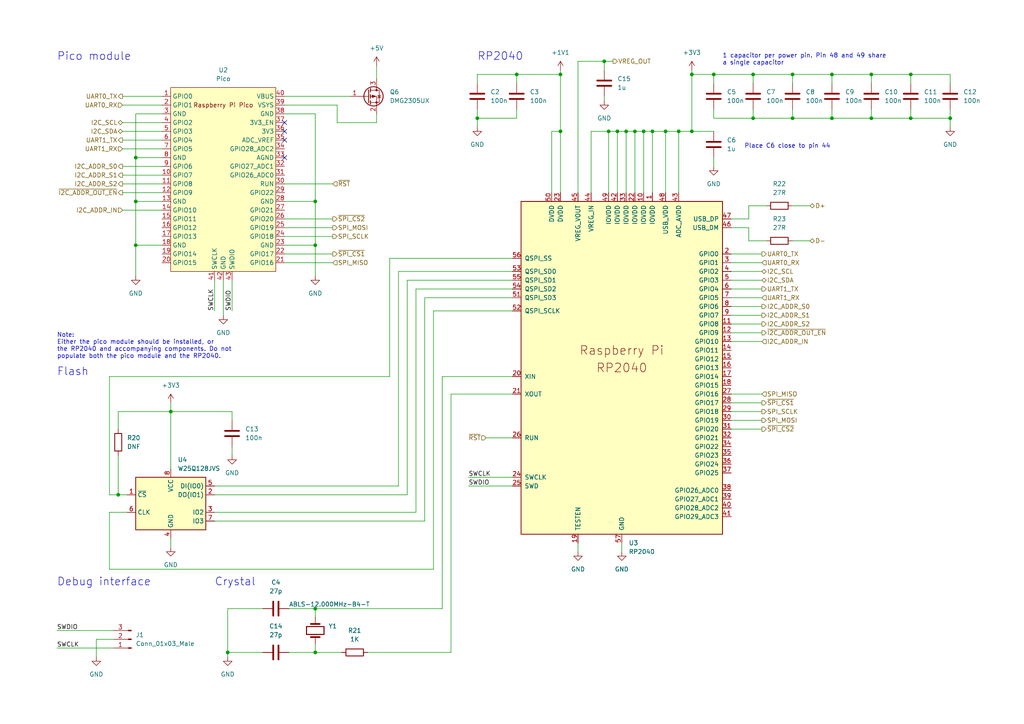
<source format=kicad_sch>
(kicad_sch (version 20211123) (generator eeschema)
  (paper "A4")
  (title_block (title "RP2040/Pico Main Control Board") (date "2022-11-19") (rev "0.1") (company "Sidings Media") (comment 1 "Licence: CERN-OHL-P-2.0 or any later version"))
  (lib_symbols
    (symbol "Connector:Conn_01x03_Male" (pin_names (offset 1.016) hide)
      (property "Reference" "J" (at 0 5.08 0))
      (property "Value" "Conn_01x03_Male" (at 0 -5.08 0))
      (symbol "Conn_01x03_Male_1_1"
        (polyline (pts (xy 1.27 -2.54) (xy 0.8636 -2.54)) (stroke (width 0.1524)))
        (polyline (pts (xy 1.27 0) (xy 0.8636 0)) (stroke (width 0.1524)))
        (polyline (pts (xy 1.27 2.54) (xy 0.8636 2.54)) (stroke (width 0.1524)))
        (rectangle (start 0.8636 -2.413) (end 0 -2.667) (stroke (width 0.1524)) (fill (type outline)))
        (rectangle (start 0.8636 0.127) (end 0 -0.127) (stroke (width 0.1524)) (fill (type outline)))
        (rectangle (start 0.8636 2.667) (end 0 2.413) (stroke (width 0.1524)) (fill (type outline)))
        (pin passive line (at 5.08 2.54 180) (length 3.81) (name "Pin_1") (number "1"))
        (pin passive line (at 5.08 0 180) (length 3.81) (name "Pin_2") (number "2"))
        (pin passive line (at 5.08 -2.54 180) (length 3.81) (name "Pin_3") (number "3"))
      )
    )
    (symbol "Device:C" (pin_numbers hide) (pin_names (offset 0.254))
      (property "Reference" "C" (at 0.635 2.54 0))
      (property "Value" "C" (at 0.635 -2.54 0))
      (symbol "C_0_1"
        (polyline (pts (xy -2.032 -0.762) (xy 2.032 -0.762)) (stroke (width 0.508)))
        (polyline (pts (xy -2.032 0.762) (xy 2.032 0.762)) (stroke (width 0.508)))
      )
      (symbol "C_1_1"
        (pin passive line (at 0 3.81 270) (length 2.794) (name "~") (number "1"))
        (pin passive line (at 0 -3.81 90) (length 2.794) (name "~") (number "2"))
      )
    )
    (symbol "Device:Crystal" (pin_numbers hide) (pin_names (offset 1.016) hide)
      (property "Reference" "Y" (at 0 3.81 0))
      (property "Value" "Crystal" (at 0 -3.81 0))
      (symbol "Crystal_0_1"
        (rectangle (start -1.143 2.54) (end 1.143 -2.54) (stroke (width 0.3048)))
        (polyline (pts (xy -2.54 0) (xy -1.905 0)))
        (polyline (pts (xy -1.905 -1.27) (xy -1.905 1.27)) (stroke (width 0.508)))
        (polyline (pts (xy 1.905 -1.27) (xy 1.905 1.27)) (stroke (width 0.508)))
        (polyline (pts (xy 2.54 0) (xy 1.905 0)))
      )
      (symbol "Crystal_1_1"
        (pin passive line (at -3.81 0 0) (length 1.27) (name "1") (number "1"))
        (pin passive line (at 3.81 0 180) (length 1.27) (name "2") (number "2"))
      )
    )
    (symbol "Device:R" (pin_numbers hide) (pin_names (offset 0))
      (property "Reference" "R" (at 2.032 0 90))
      (property "Value" "R" (at 0 0 90))
      (symbol "R_0_1"
        (rectangle (start -1.016 -2.54) (end 1.016 2.54) (stroke (width 0.254)))
      )
      (symbol "R_1_1"
        (pin passive line (at 0 3.81 270) (length 1.27) (name "~") (number "1"))
        (pin passive line (at 0 -3.81 90) (length 1.27) (name "~") (number "2"))
      )
    )
    (symbol "MCU_RaspberryPi_and_Boards:Pico"
      (property "Reference" "U" (at -13.97 27.94 0))
      (property "Value" "Pico" (at 0 19.05 0))
      (symbol "Pico_0_0"
        (text "Raspberry Pi Pico" (at 0 21.59 0) (effects (font (size 1.27 1.27))))
      )
      (symbol "Pico_0_1"
        (rectangle (start -15.24 26.67) (end 15.24 -26.67) (fill (type background)))
      )
      (symbol "Pico_1_1"
        (pin bidirectional line (at -17.78 24.13 0) (length 2.54) (name "GPIO0") (number "1"))
        (pin bidirectional line (at -17.78 1.27 0) (length 2.54) (name "GPIO7") (number "10"))
        (pin bidirectional line (at -17.78 -1.27 0) (length 2.54) (name "GPIO8") (number "11"))
        (pin bidirectional line (at -17.78 -3.81 0) (length 2.54) (name "GPIO9") (number "12"))
        (pin power_in line (at -17.78 -6.35 0) (length 2.54) (name "GND") (number "13"))
        (pin bidirectional line (at -17.78 -8.89 0) (length 2.54) (name "GPIO10") (number "14"))
        (pin bidirectional line (at -17.78 -11.43 0) (length 2.54) (name "GPIO11") (number "15"))
        (pin bidirectional line (at -17.78 -13.97 0) (length 2.54) (name "GPIO12") (number "16"))
        (pin bidirectional line (at -17.78 -16.51 0) (length 2.54) (name "GPIO13") (number "17"))
        (pin power_in line (at -17.78 -19.05 0) (length 2.54) (name "GND") (number "18"))
        (pin bidirectional line (at -17.78 -21.59 0) (length 2.54) (name "GPIO14") (number "19"))
        (pin bidirectional line (at -17.78 21.59 0) (length 2.54) (name "GPIO1") (number "2"))
        (pin bidirectional line (at -17.78 -24.13 0) (length 2.54) (name "GPIO15") (number "20"))
        (pin bidirectional line (at 17.78 -24.13 180) (length 2.54) (name "GPIO16") (number "21"))
        (pin bidirectional line (at 17.78 -21.59 180) (length 2.54) (name "GPIO17") (number "22"))
        (pin power_in line (at 17.78 -19.05 180) (length 2.54) (name "GND") (number "23"))
        (pin bidirectional line (at 17.78 -16.51 180) (length 2.54) (name "GPIO18") (number "24"))
        (pin bidirectional line (at 17.78 -13.97 180) (length 2.54) (name "GPIO19") (number "25"))
        (pin bidirectional line (at 17.78 -11.43 180) (length 2.54) (name "GPIO20") (number "26"))
        (pin bidirectional line (at 17.78 -8.89 180) (length 2.54) (name "GPIO21") (number "27"))
        (pin power_in line (at 17.78 -6.35 180) (length 2.54) (name "GND") (number "28"))
        (pin bidirectional line (at 17.78 -3.81 180) (length 2.54) (name "GPIO22") (number "29"))
        (pin power_in line (at -17.78 19.05 0) (length 2.54) (name "GND") (number "3"))
        (pin input line (at 17.78 -1.27 180) (length 2.54) (name "RUN") (number "30"))
        (pin bidirectional line (at 17.78 1.27 180) (length 2.54) (name "GPIO26_ADC0") (number "31"))
        (pin bidirectional line (at 17.78 3.81 180) (length 2.54) (name "GPIO27_ADC1") (number "32"))
        (pin power_in line (at 17.78 6.35 180) (length 2.54) (name "AGND") (number "33"))
        (pin bidirectional line (at 17.78 8.89 180) (length 2.54) (name "GPIO28_ADC2") (number "34"))
        (pin power_in line (at 17.78 11.43 180) (length 2.54) (name "ADC_VREF") (number "35"))
        (pin power_in line (at 17.78 13.97 180) (length 2.54) (name "3V3") (number "36"))
        (pin input line (at 17.78 16.51 180) (length 2.54) (name "3V3_EN") (number "37"))
        (pin bidirectional line (at 17.78 19.05 180) (length 2.54) (name "GND") (number "38"))
        (pin power_in line (at 17.78 21.59 180) (length 2.54) (name "VSYS") (number "39"))
        (pin bidirectional line (at -17.78 16.51 0) (length 2.54) (name "GPIO2") (number "4"))
        (pin power_in line (at 17.78 24.13 180) (length 2.54) (name "VBUS") (number "40"))
        (pin input line (at -2.54 -29.21 90) (length 2.54) (name "SWCLK") (number "41"))
        (pin power_in line (at 0 -29.21 90) (length 2.54) (name "GND") (number "42"))
        (pin bidirectional line (at 2.54 -29.21 90) (length 2.54) (name "SWDIO") (number "43"))
        (pin bidirectional line (at -17.78 13.97 0) (length 2.54) (name "GPIO3") (number "5"))
        (pin bidirectional line (at -17.78 11.43 0) (length 2.54) (name "GPIO4") (number "6"))
        (pin bidirectional line (at -17.78 8.89 0) (length 2.54) (name "GPIO5") (number "7"))
        (pin power_in line (at -17.78 6.35 0) (length 2.54) (name "GND") (number "8"))
        (pin bidirectional line (at -17.78 3.81 0) (length 2.54) (name "GPIO6") (number "9"))
      )
    )
    (symbol "MCU_RaspberryPi_and_Boards:RP2040" (pin_names (offset 1.016))
      (property "Reference" "U" (at -29.21 49.53 0))
      (property "Value" "RP2040" (at 24.13 -49.53 0))
      (symbol "RP2040_0_0"
        (text "Raspberry Pi" (at 0 5.08 0) (effects (font (size 2.54 2.54))))
        (text "RP2040" (at 0 0 0) (effects (font (size 2.54 2.54))))
      )
      (symbol "RP2040_0_1"
        (rectangle (start 29.21 48.26) (end -29.21 -48.26) (stroke (width 0.254)) (fill (type background)))
      )
      (symbol "RP2040_1_1"
        (pin power_in line (at 8.89 50.8 270) (length 2.54) (name "IOVDD") (number "1"))
        (pin power_in line (at 6.35 50.8 270) (length 2.54) (name "IOVDD") (number "10"))
        (pin bidirectional line (at 31.75 12.7 180) (length 2.54) (name "GPIO8") (number "11"))
        (pin bidirectional line (at 31.75 10.16 180) (length 2.54) (name "GPIO9") (number "12"))
        (pin bidirectional line (at 31.75 7.62 180) (length 2.54) (name "GPIO10") (number "13"))
        (pin bidirectional line (at 31.75 5.08 180) (length 2.54) (name "GPIO11") (number "14"))
        (pin bidirectional line (at 31.75 2.54 180) (length 2.54) (name "GPIO12") (number "15"))
        (pin bidirectional line (at 31.75 0 180) (length 2.54) (name "GPIO13") (number "16"))
        (pin bidirectional line (at 31.75 -2.54 180) (length 2.54) (name "GPIO14") (number "17"))
        (pin bidirectional line (at 31.75 -5.08 180) (length 2.54) (name "GPIO15") (number "18"))
        (pin passive line (at -12.7 -50.8 90) (length 2.54) (name "TESTEN") (number "19"))
        (pin bidirectional line (at 31.75 33.02 180) (length 2.54) (name "GPIO0") (number "2"))
        (pin input line (at -31.75 -2.54 0) (length 2.54) (name "XIN") (number "20"))
        (pin passive line (at -31.75 -7.62 0) (length 2.54) (name "XOUT") (number "21"))
        (pin power_in line (at 3.81 50.8 270) (length 2.54) (name "IOVDD") (number "22"))
        (pin power_in line (at -17.78 50.8 270) (length 2.54) (name "DVDD") (number "23"))
        (pin output line (at -31.75 -31.75 0) (length 2.54) (name "SWCLK") (number "24"))
        (pin bidirectional line (at -31.75 -34.29 0) (length 2.54) (name "SWD") (number "25"))
        (pin input line (at -31.75 -20.32 0) (length 2.54) (name "RUN") (number "26"))
        (pin bidirectional line (at 31.75 -7.62 180) (length 2.54) (name "GPIO16") (number "27"))
        (pin bidirectional line (at 31.75 -10.16 180) (length 2.54) (name "GPIO17") (number "28"))
        (pin bidirectional line (at 31.75 -12.7 180) (length 2.54) (name "GPIO18") (number "29"))
        (pin bidirectional line (at 31.75 30.48 180) (length 2.54) (name "GPIO1") (number "3"))
        (pin bidirectional line (at 31.75 -15.24 180) (length 2.54) (name "GPIO19") (number "30"))
        (pin bidirectional line (at 31.75 -17.78 180) (length 2.54) (name "GPIO20") (number "31"))
        (pin bidirectional line (at 31.75 -20.32 180) (length 2.54) (name "GPIO21") (number "32"))
        (pin power_in line (at 1.27 50.8 270) (length 2.54) (name "IOVDD") (number "33"))
        (pin bidirectional line (at 31.75 -22.86 180) (length 2.54) (name "GPIO22") (number "34"))
        (pin bidirectional line (at 31.75 -25.4 180) (length 2.54) (name "GPIO23") (number "35"))
        (pin bidirectional line (at 31.75 -27.94 180) (length 2.54) (name "GPIO24") (number "36"))
        (pin bidirectional line (at 31.75 -30.48 180) (length 2.54) (name "GPIO25") (number "37"))
        (pin bidirectional line (at 31.75 -35.56 180) (length 2.54) (name "GPIO26_ADC0") (number "38"))
        (pin bidirectional line (at 31.75 -38.1 180) (length 2.54) (name "GPIO27_ADC1") (number "39"))
        (pin bidirectional line (at 31.75 27.94 180) (length 2.54) (name "GPIO2") (number "4"))
        (pin bidirectional line (at 31.75 -40.64 180) (length 2.54) (name "GPIO28_ADC2") (number "40"))
        (pin bidirectional line (at 31.75 -43.18 180) (length 2.54) (name "GPIO29_ADC3") (number "41"))
        (pin power_in line (at -1.27 50.8 270) (length 2.54) (name "IOVDD") (number "42"))
        (pin power_in line (at 16.51 50.8 270) (length 2.54) (name "ADC_AVDD") (number "43"))
        (pin power_in line (at -8.89 50.8 270) (length 2.54) (name "VREG_IN") (number "44"))
        (pin power_out line (at -12.7 50.8 270) (length 2.54) (name "VREG_VOUT") (number "45"))
        (pin bidirectional line (at 31.75 40.64 180) (length 2.54) (name "USB_DM") (number "46"))
        (pin bidirectional line (at 31.75 43.18 180) (length 2.54) (name "USB_DP") (number "47"))
        (pin power_in line (at 12.7 50.8 270) (length 2.54) (name "USB_VDD") (number "48"))
        (pin power_in line (at -3.81 50.8 270) (length 2.54) (name "IOVDD") (number "49"))
        (pin bidirectional line (at 31.75 25.4 180) (length 2.54) (name "GPIO3") (number "5"))
        (pin power_in line (at -20.32 50.8 270) (length 2.54) (name "DVDD") (number "50"))
        (pin bidirectional line (at -31.75 20.32 0) (length 2.54) (name "QSPI_SD3") (number "51"))
        (pin output line (at -31.75 16.51 0) (length 2.54) (name "QSPI_SCLK") (number "52"))
        (pin bidirectional line (at -31.75 27.94 0) (length 2.54) (name "QSPI_SD0") (number "53"))
        (pin bidirectional line (at -31.75 22.86 0) (length 2.54) (name "QSPI_SD2") (number "54"))
        (pin bidirectional line (at -31.75 25.4 0) (length 2.54) (name "QSPI_SD1") (number "55"))
        (pin bidirectional line (at -31.75 31.75 0) (length 2.54) (name "QSPI_SS") (number "56"))
        (pin power_in line (at 0 -50.8 90) (length 2.54) (name "GND") (number "57"))
        (pin bidirectional line (at 31.75 22.86 180) (length 2.54) (name "GPIO4") (number "6"))
        (pin bidirectional line (at 31.75 20.32 180) (length 2.54) (name "GPIO5") (number "7"))
        (pin bidirectional line (at 31.75 17.78 180) (length 2.54) (name "GPIO6") (number "8"))
        (pin bidirectional line (at 31.75 15.24 180) (length 2.54) (name "GPIO7") (number "9"))
      )
    )
    (symbol "Memory_Flash:W25Q128JVS"
      (property "Reference" "U" (at -8.89 8.89 0))
      (property "Value" "W25Q128JVS" (at 7.62 8.89 0))
      (symbol "W25Q128JVS_0_1"
        (rectangle (start -10.16 7.62) (end 10.16 -7.62) (stroke (width 0.254)) (fill (type background)))
      )
      (symbol "W25Q128JVS_1_1"
        (pin input line (at -12.7 2.54 0) (length 2.54) (name "~{CS}") (number "1"))
        (pin bidirectional line (at 12.7 2.54 180) (length 2.54) (name "DO(IO1)") (number "2"))
        (pin bidirectional line (at 12.7 -2.54 180) (length 2.54) (name "IO2") (number "3"))
        (pin power_in line (at 0 -10.16 90) (length 2.54) (name "GND") (number "4"))
        (pin bidirectional line (at 12.7 5.08 180) (length 2.54) (name "DI(IO0)") (number "5"))
        (pin input line (at -12.7 -2.54 0) (length 2.54) (name "CLK") (number "6"))
        (pin bidirectional line (at 12.7 -5.08 180) (length 2.54) (name "IO3") (number "7"))
        (pin power_in line (at 0 10.16 270) (length 2.54) (name "VCC") (number "8"))
      )
    )
    (symbol "Transistor_FET:DMG2301L" (pin_names hide)
      (property "Reference" "Q" (at 5.08 1.905 0))
      (property "Value" "DMG2301L" (at 5.08 0 0))
      (symbol "DMG2301L_0_1"
        (polyline (pts (xy 0.254 0) (xy -2.54 0)))
        (polyline (pts (xy 0.254 1.905) (xy 0.254 -1.905)) (stroke (width 0.254)))
        (polyline (pts (xy 0.762 -1.27) (xy 0.762 -2.286)) (stroke (width 0.254)))
        (polyline (pts (xy 0.762 0.508) (xy 0.762 -0.508)) (stroke (width 0.254)))
        (polyline (pts (xy 0.762 2.286) (xy 0.762 1.27)) (stroke (width 0.254)))
        (polyline (pts (xy 2.54 2.54) (xy 2.54 1.778)))
        (polyline (pts (xy 2.54 -2.54) (xy 2.54 0) (xy 0.762 0)))
        (polyline (pts (xy 0.762 1.778) (xy 3.302 1.778) (xy 3.302 -1.778) (xy 0.762 -1.778)))
        (polyline (pts (xy 2.286 0) (xy 1.27 0.381) (xy 1.27 -0.381) (xy 2.286 0)) (fill (type outline)))
        (polyline (pts (xy 2.794 -0.508) (xy 2.921 -0.381) (xy 3.683 -0.381) (xy 3.81 -0.254)))
        (polyline (pts (xy 3.302 -0.381) (xy 2.921 0.254) (xy 3.683 0.254) (xy 3.302 -0.381)))
        (circle (center 1.651 0) (radius 2.794) (stroke (width 0.254)))
        (circle (center 2.54 -1.778) (radius 0.254) (fill (type outline)))
        (circle (center 2.54 1.778) (radius 0.254) (fill (type outline)))
      )
      (symbol "DMG2301L_1_1"
        (pin input line (at -5.08 0 0) (length 2.54) (name "G") (number "1"))
        (pin passive line (at 2.54 -5.08 90) (length 2.54) (name "S") (number "2"))
        (pin passive line (at 2.54 5.08 270) (length 2.54) (name "D") (number "3"))
      )
    )
    (symbol "power:+1V1" (power) (pin_names (offset 0))
      (property "Value" "+1V1" (at 0 3.556 0))
      (symbol "+1V1_0_1"
        (polyline (pts (xy -0.762 1.27) (xy 0 2.54)))
        (polyline (pts (xy 0 0) (xy 0 2.54)))
        (polyline (pts (xy 0 2.54) (xy 0.762 1.27)))
      )
      (symbol "+1V1_1_1"
        (pin power_in line (at 0 0 90) (length 0) hide (name "+1V1") (number "1"))
      )
    )
    (symbol "power:+3V3" (power) (pin_names (offset 0))
      (property "Value" "+3V3" (at 0 3.556 0))
      (symbol "+3V3_0_1"
        (polyline (pts (xy -0.762 1.27) (xy 0 2.54)))
        (polyline (pts (xy 0 0) (xy 0 2.54)))
        (polyline (pts (xy 0 2.54) (xy 0.762 1.27)))
      )
      (symbol "+3V3_1_1"
        (pin power_in line (at 0 0 90) (length 0) hide (name "+3V3") (number "1"))
      )
    )
    (symbol "power:+5V" (power) (pin_names (offset 0))
      (property "Value" "+5V" (at 0 3.556 0))
      (symbol "+5V_0_1"
        (polyline (pts (xy -0.762 1.27) (xy 0 2.54)))
        (polyline (pts (xy 0 0) (xy 0 2.54)))
        (polyline (pts (xy 0 2.54) (xy 0.762 1.27)))
      )
      (symbol "+5V_1_1"
        (pin power_in line (at 0 0 90) (length 0) hide (name "+5V") (number "1"))
      )
    )
    (symbol "power:GND" (power) (pin_names (offset 0))
      (property "Value" "GND" (at 0 -3.81 0))
      (symbol "GND_0_1"
        (polyline (pts (xy 0 0) (xy 0 -1.27) (xy 1.27 -1.27) (xy 0 -2.54) (xy -1.27 -1.27) (xy 0 -1.27)))
      )
      (symbol "GND_1_1"
        (pin power_in line (at 0 0 270) (length 0) hide (name "GND") (number "1"))
      )
    )
  )
  (junction (at 200.66 38.1))
  (junction (at 189.23 38.1))
  (junction (at 218.44 34.29))
  (junction (at 186.69 38.1))
  (junction (at 252.73 34.29))
  (junction (at 162.56 21.59))
  (junction (at 241.3 21.59))
  (junction (at 34.29 143.51))
  (junction (at 162.56 38.1))
  (junction (at 241.3 34.29))
  (junction (at 138.43 34.29))
  (junction (at 275.59 34.29))
  (junction (at 181.61 38.1))
  (junction (at 200.66 21.59))
  (junction (at 196.85 38.1))
  (junction (at 49.53 119.38))
  (junction (at 39.37 45.72))
  (junction (at 264.16 34.29))
  (junction (at 91.44 189.23))
  (junction (at 149.86 21.59))
  (junction (at 91.44 71.12))
  (junction (at 39.37 71.12))
  (junction (at 207.01 21.59))
  (junction (at 229.87 21.59))
  (junction (at 91.44 176.53))
  (junction (at 175.26 17.78))
  (junction (at 184.15 38.1))
  (junction (at 218.44 21.59))
  (junction (at 264.16 21.59))
  (junction (at 66.04 189.23))
  (junction (at 179.07 38.1))
  (junction (at 193.04 38.1))
  (junction (at 176.53 38.1))
  (junction (at 91.44 58.42))
  (junction (at 252.73 21.59))
  (junction (at 39.37 58.42))
  (junction (at 229.87 34.29))
  (no_connect (at 82.55 35.56))
  (no_connect (at 82.55 45.72))
  (no_connect (at 82.55 38.1))
  (no_connect (at 82.55 40.64))
  (wire (pts (xy 212.09 96.52) (xy 220.98 96.52)))
  (wire (pts (xy 200.66 21.59) (xy 200.66 38.1)))
  (wire (pts (xy 125.73 165.1) (xy 125.73 90.17)))
  (wire (pts (xy 212.09 93.98) (xy 220.98 93.98)))
  (wire (pts (xy 212.09 124.46) (xy 220.98 124.46)))
  (wire (pts (xy 82.55 68.58) (xy 96.52 68.58)))
  (wire (pts (xy 167.64 17.78) (xy 167.64 55.88)))
  (wire (pts (xy 171.45 55.88) (xy 171.45 38.1)))
  (wire (pts (xy 179.07 38.1) (xy 179.07 55.88)))
  (wire (pts (xy 91.44 58.42) (xy 91.44 71.12)))
  (wire (pts (xy 212.09 119.38) (xy 220.98 119.38)))
  (wire (pts (xy 241.3 21.59) (xy 252.73 21.59)))
  (wire (pts (xy 35.56 40.64) (xy 46.99 40.64)))
  (wire (pts (xy 82.55 63.5) (xy 96.52 63.5)))
  (wire (pts (xy 217.17 63.5) (xy 212.09 63.5)))
  (wire (pts (xy 49.53 119.38) (xy 67.31 119.38)))
  (wire (pts (xy 162.56 20.32) (xy 162.56 21.59)))
  (wire (pts (xy 67.31 129.54) (xy 67.31 132.08)))
  (wire (pts (xy 212.09 81.28) (xy 220.98 81.28)))
  (wire (pts (xy 35.56 43.18) (xy 46.99 43.18)))
  (wire (pts (xy 138.43 24.13) (xy 138.43 21.59)))
  (wire (pts (xy 83.82 189.23) (xy 91.44 189.23)))
  (wire (pts (xy 130.81 114.3) (xy 148.59 114.3)))
  (wire (pts (xy 217.17 59.69) (xy 217.17 63.5)))
  (wire (pts (xy 252.73 24.13) (xy 252.73 21.59)))
  (wire (pts (xy 229.87 24.13) (xy 229.87 21.59)))
  (wire (pts (xy 115.57 78.74) (xy 148.59 78.74)))
  (wire (pts (xy 31.75 109.22) (xy 113.03 109.22)))
  (wire (pts (xy 140.97 127) (xy 148.59 127)))
  (wire (pts (xy 222.25 69.85) (xy 217.17 69.85)))
  (wire (pts (xy 35.56 30.48) (xy 46.99 30.48)))
  (wire (pts (xy 212.09 73.66) (xy 220.98 73.66)))
  (wire (pts (xy 229.87 21.59) (xy 241.3 21.59)))
  (wire (pts (xy 138.43 21.59) (xy 149.86 21.59)))
  (wire (pts (xy 64.77 81.28) (xy 64.77 91.44)))
  (wire (pts (xy 175.26 17.78) (xy 175.26 20.32)))
  (wire (pts (xy 275.59 24.13) (xy 275.59 21.59)))
  (wire (pts (xy 181.61 38.1) (xy 181.61 55.88)))
  (wire (pts (xy 229.87 69.85) (xy 234.95 69.85)))
  (wire (pts (xy 128.27 176.53) (xy 128.27 109.22)))
  (wire (pts (xy 120.65 83.82) (xy 148.59 83.82)))
  (wire (pts (xy 175.26 17.78) (xy 177.8 17.78)))
  (wire (pts (xy 252.73 21.59) (xy 264.16 21.59)))
  (wire (pts (xy 229.87 59.69) (xy 234.95 59.69)))
  (wire (pts (xy 275.59 21.59) (xy 264.16 21.59)))
  (wire (pts (xy 118.11 81.28) (xy 148.59 81.28)))
  (wire (pts (xy 184.15 38.1) (xy 184.15 55.88)))
  (wire (pts (xy 91.44 189.23) (xy 91.44 186.69)))
  (wire (pts (xy 200.66 21.59) (xy 207.01 21.59)))
  (wire (pts (xy 212.09 116.84) (xy 220.98 116.84)))
  (wire (pts (xy 34.29 124.46) (xy 34.29 119.38)))
  (wire (pts (xy 180.34 157.48) (xy 180.34 160.02)))
  (wire (pts (xy 189.23 38.1) (xy 193.04 38.1)))
  (wire (pts (xy 97.79 30.48) (xy 82.55 30.48)))
  (wire (pts (xy 62.23 151.13) (xy 123.19 151.13)))
  (wire (pts (xy 91.44 179.07) (xy 91.44 176.53)))
  (wire (pts (xy 49.53 135.89) (xy 49.53 119.38)))
  (wire (pts (xy 212.09 76.2) (xy 220.98 76.2)))
  (wire (pts (xy 167.64 17.78) (xy 175.26 17.78)))
  (wire (pts (xy 35.56 38.1) (xy 46.99 38.1)))
  (wire (pts (xy 193.04 55.88) (xy 193.04 38.1)))
  (wire (pts (xy 91.44 176.53) (xy 128.27 176.53)))
  (wire (pts (xy 115.57 140.97) (xy 115.57 78.74)))
  (wire (pts (xy 138.43 34.29) (xy 138.43 36.83)))
  (wire (pts (xy 66.04 190.5) (xy 66.04 189.23)))
  (wire (pts (xy 67.31 119.38) (xy 67.31 121.92)))
  (wire (pts (xy 196.85 38.1) (xy 196.85 55.88)))
  (wire (pts (xy 123.19 151.13) (xy 123.19 86.36)))
  (wire (pts (xy 160.02 38.1) (xy 160.02 55.88)))
  (wire (pts (xy 252.73 34.29) (xy 241.3 34.29)))
  (wire (pts (xy 76.2 176.53) (xy 66.04 176.53)))
  (wire (pts (xy 62.23 140.97) (xy 115.57 140.97)))
  (wire (pts (xy 62.23 148.59) (xy 120.65 148.59)))
  (wire (pts (xy 149.86 34.29) (xy 149.86 31.75)))
  (wire (pts (xy 46.99 58.42) (xy 39.37 58.42)))
  (wire (pts (xy 264.16 34.29) (xy 252.73 34.29)))
  (wire (pts (xy 217.17 69.85) (xy 217.17 66.04)))
  (wire (pts (xy 149.86 21.59) (xy 149.86 24.13)))
  (wire (pts (xy 212.09 83.82) (xy 220.98 83.82)))
  (wire (pts (xy 162.56 38.1) (xy 162.56 21.59)))
  (wire (pts (xy 135.89 140.97) (xy 148.59 140.97)))
  (wire (pts (xy 138.43 31.75) (xy 138.43 34.29)))
  (wire (pts (xy 181.61 38.1) (xy 184.15 38.1)))
  (wire (pts (xy 36.83 148.59) (xy 31.75 148.59)))
  (wire (pts (xy 229.87 31.75) (xy 229.87 34.29)))
  (wire (pts (xy 218.44 24.13) (xy 218.44 21.59)))
  (wire (pts (xy 120.65 148.59) (xy 120.65 83.82)))
  (wire (pts (xy 82.55 53.34) (xy 96.52 53.34)))
  (wire (pts (xy 200.66 20.32) (xy 200.66 21.59)))
  (wire (pts (xy 162.56 55.88) (xy 162.56 38.1)))
  (wire (pts (xy 39.37 71.12) (xy 46.99 71.12)))
  (wire (pts (xy 207.01 21.59) (xy 218.44 21.59)))
  (wire (pts (xy 186.69 38.1) (xy 189.23 38.1)))
  (wire (pts (xy 207.01 34.29) (xy 218.44 34.29)))
  (wire (pts (xy 66.04 189.23) (xy 76.2 189.23)))
  (wire (pts (xy 109.22 35.56) (xy 97.79 35.56)))
  (wire (pts (xy 35.56 27.94) (xy 46.99 27.94)))
  (wire (pts (xy 39.37 58.42) (xy 39.37 71.12)))
  (wire (pts (xy 82.55 27.94) (xy 101.6 27.94)))
  (wire (pts (xy 16.51 187.96) (xy 33.02 187.96)))
  (wire (pts (xy 275.59 34.29) (xy 275.59 36.83)))
  (wire (pts (xy 179.07 38.1) (xy 181.61 38.1)))
  (wire (pts (xy 39.37 45.72) (xy 39.37 58.42)))
  (wire (pts (xy 82.55 76.2) (xy 96.52 76.2)))
  (wire (pts (xy 34.29 132.08) (xy 34.29 143.51)))
  (wire (pts (xy 218.44 34.29) (xy 218.44 31.75)))
  (wire (pts (xy 49.53 156.21) (xy 49.53 158.75)))
  (wire (pts (xy 27.94 190.5) (xy 27.94 185.42)))
  (wire (pts (xy 27.94 185.42) (xy 33.02 185.42)))
  (wire (pts (xy 109.22 19.05) (xy 109.22 22.86)))
  (wire (pts (xy 39.37 45.72) (xy 46.99 45.72)))
  (wire (pts (xy 212.09 91.44) (xy 220.98 91.44)))
  (wire (pts (xy 39.37 33.02) (xy 39.37 45.72)))
  (wire (pts (xy 35.56 55.88) (xy 46.99 55.88)))
  (wire (pts (xy 31.75 143.51) (xy 31.75 109.22)))
  (wire (pts (xy 176.53 55.88) (xy 176.53 38.1)))
  (wire (pts (xy 34.29 119.38) (xy 49.53 119.38)))
  (wire (pts (xy 229.87 34.29) (xy 218.44 34.29)))
  (wire (pts (xy 82.55 58.42) (xy 91.44 58.42)))
  (wire (pts (xy 125.73 90.17) (xy 148.59 90.17)))
  (wire (pts (xy 91.44 33.02) (xy 91.44 58.42)))
  (wire (pts (xy 212.09 88.9) (xy 220.98 88.9)))
  (wire (pts (xy 264.16 21.59) (xy 264.16 24.13)))
  (wire (pts (xy 82.55 33.02) (xy 91.44 33.02)))
  (wire (pts (xy 109.22 33.02) (xy 109.22 35.56)))
  (wire (pts (xy 46.99 33.02) (xy 39.37 33.02)))
  (wire (pts (xy 118.11 143.51) (xy 118.11 81.28)))
  (wire (pts (xy 212.09 86.36) (xy 220.98 86.36)))
  (wire (pts (xy 35.56 48.26) (xy 46.99 48.26)))
  (wire (pts (xy 35.56 53.34) (xy 46.99 53.34)))
  (wire (pts (xy 167.64 157.48) (xy 167.64 160.02)))
  (wire (pts (xy 31.75 143.51) (xy 34.29 143.51)))
  (wire (pts (xy 138.43 34.29) (xy 149.86 34.29)))
  (wire (pts (xy 264.16 31.75) (xy 264.16 34.29)))
  (wire (pts (xy 35.56 60.96) (xy 46.99 60.96)))
  (wire (pts (xy 35.56 35.56) (xy 46.99 35.56)))
  (wire (pts (xy 241.3 24.13) (xy 241.3 21.59)))
  (wire (pts (xy 207.01 45.72) (xy 207.01 48.26)))
  (wire (pts (xy 217.17 66.04) (xy 212.09 66.04)))
  (wire (pts (xy 62.23 143.51) (xy 118.11 143.51)))
  (wire (pts (xy 189.23 38.1) (xy 189.23 55.88)))
  (wire (pts (xy 35.56 50.8) (xy 46.99 50.8)))
  (wire (pts (xy 212.09 114.3) (xy 220.98 114.3)))
  (wire (pts (xy 207.01 24.13) (xy 207.01 21.59)))
  (wire (pts (xy 130.81 189.23) (xy 130.81 114.3)))
  (wire (pts (xy 193.04 38.1) (xy 196.85 38.1)))
  (wire (pts (xy 218.44 21.59) (xy 229.87 21.59)))
  (wire (pts (xy 275.59 34.29) (xy 264.16 34.29)))
  (wire (pts (xy 113.03 74.93) (xy 148.59 74.93)))
  (wire (pts (xy 106.68 189.23) (xy 130.81 189.23)))
  (wire (pts (xy 200.66 38.1) (xy 207.01 38.1)))
  (wire (pts (xy 135.89 138.43) (xy 148.59 138.43)))
  (wire (pts (xy 113.03 109.22) (xy 113.03 74.93)))
  (wire (pts (xy 222.25 59.69) (xy 217.17 59.69)))
  (wire (pts (xy 176.53 38.1) (xy 179.07 38.1)))
  (wire (pts (xy 275.59 31.75) (xy 275.59 34.29)))
  (wire (pts (xy 34.29 143.51) (xy 36.83 143.51)))
  (wire (pts (xy 67.31 81.28) (xy 67.31 90.17)))
  (wire (pts (xy 175.26 27.94) (xy 175.26 29.21)))
  (wire (pts (xy 82.55 71.12) (xy 91.44 71.12)))
  (wire (pts (xy 82.55 66.04) (xy 96.52 66.04)))
  (wire (pts (xy 62.23 81.28) (xy 62.23 90.17)))
  (wire (pts (xy 91.44 176.53) (xy 83.82 176.53)))
  (wire (pts (xy 171.45 38.1) (xy 176.53 38.1)))
  (wire (pts (xy 82.55 73.66) (xy 96.52 73.66)))
  (wire (pts (xy 241.3 34.29) (xy 229.87 34.29)))
  (wire (pts (xy 31.75 148.59) (xy 31.75 165.1)))
  (wire (pts (xy 184.15 38.1) (xy 186.69 38.1)))
  (wire (pts (xy 252.73 31.75) (xy 252.73 34.29)))
  (wire (pts (xy 212.09 99.06) (xy 220.98 99.06)))
  (wire (pts (xy 162.56 21.59) (xy 149.86 21.59)))
  (wire (pts (xy 128.27 109.22) (xy 148.59 109.22)))
  (wire (pts (xy 66.04 176.53) (xy 66.04 189.23)))
  (wire (pts (xy 91.44 71.12) (xy 91.44 80.01)))
  (wire (pts (xy 212.09 121.92) (xy 220.98 121.92)))
  (wire (pts (xy 186.69 38.1) (xy 186.69 55.88)))
  (wire (pts (xy 31.75 165.1) (xy 125.73 165.1)))
  (wire (pts (xy 196.85 38.1) (xy 200.66 38.1)))
  (wire (pts (xy 207.01 31.75) (xy 207.01 34.29)))
  (wire (pts (xy 91.44 189.23) (xy 99.06 189.23)))
  (wire (pts (xy 97.79 35.56) (xy 97.79 30.48)))
  (wire (pts (xy 39.37 71.12) (xy 39.37 80.01)))
  (wire (pts (xy 241.3 31.75) (xy 241.3 34.29)))
  (wire (pts (xy 162.56 38.1) (xy 160.02 38.1)))
  (wire (pts (xy 212.09 78.74) (xy 220.98 78.74)))
  (wire (pts (xy 49.53 116.84) (xy 49.53 119.38)))
  (wire (pts (xy 123.19 86.36) (xy 148.59 86.36)))
  (wire (pts (xy 16.51 182.88) (xy 33.02 182.88)))
  (text "Flash" (at 16.51 109.22 0) (effects (font (size 2.27 2.27)) (justify left bottom)))
  (text "Pico module" (at 16.51 17.78 0) (effects (font (size 2.27 2.27)) (justify left bottom)))
  (text "Debug interface" (at 16.51 170.18 0) (effects (font (size 2.27 2.27)) (justify left bottom)))
  (text "1 capacitor per power pin. Pin 48 and 49 share\na single capacitor" (at 209.55 19.05 0) (effects (font (size 1.27 1.27)) (justify left bottom)))
  (text "Note:\nEither the pico module should be installed, or\nthe RP2040 and accompanying components. Do not\npopulate both the pico module and the RP2040." (at 16.51 104.14 0) (effects (font (size 1.27 1.27)) (justify left bottom)))
  (text "Place C6 close to pin 44" (at 215.9 43.18 0) (effects (font (size 1.27 1.27)) (justify left bottom)))
  (text "Crystal" (at 62.23 170.18 0) (effects (font (size 2.27 2.27)) (justify left bottom)))
  (text "RP2040" (at 138.43 17.78 0) (effects (font (size 2.27 2.27)) (justify left bottom)))
  (label "SWCLK" (at 16.51 187.96 0))
  (label "SWDIO" (at 16.51 182.88 0))
  (label "SWCLK" (at 62.23 90.17 90))
  (label "SWDIO" (at 67.31 90.17 90))
  (label "SWDIO" (at 135.89 140.97 0))
  (label "SWCLK" (at 135.89 138.43 0))
  (hierarchical_label "I2C_ADDR_S0" (shape output) (at 35.56 48.26 180))
  (hierarchical_label "I2C_ADDR_S2" (shape output) (at 35.56 53.34 180))
  (hierarchical_label "~{RST}" (shape input) (at 96.52 53.34 0))
  (hierarchical_label "I2C_SCL" (shape bidirectional) (at 220.98 78.74 0))
  (hierarchical_label "~{RST}" (shape input) (at 140.97 127 180))
  (hierarchical_label "~{SPI_CS1}" (shape output) (at 96.52 73.66 0))
  (hierarchical_label "SPI_MISO" (shape input) (at 220.98 114.3 0))
  (hierarchical_label "SPI_SCLK" (shape output) (at 96.52 68.58 0))
  (hierarchical_label "UART0_RX" (shape input) (at 35.56 30.48 180))
  (hierarchical_label "~{SPI_CS2}" (shape output) (at 96.52 63.5 0))
  (hierarchical_label "UART1_RX" (shape input) (at 220.98 86.36 0))
  (hierarchical_label "SPI_MISO" (shape input) (at 96.52 76.2 0))
  (hierarchical_label "SPI_MOSI" (shape output) (at 96.52 66.04 0))
  (hierarchical_label "I2C_ADDR_IN" (shape input) (at 220.98 99.06 0))
  (hierarchical_label "D-" (shape bidirectional) (at 234.95 69.85 0))
  (hierarchical_label "~{SPI_CS2}" (shape output) (at 220.98 124.46 0))
  (hierarchical_label "SPI_MOSI" (shape output) (at 220.98 121.92 0))
  (hierarchical_label "I2C_ADDR_S2" (shape output) (at 220.98 93.98 0))
  (hierarchical_label "I2C_ADDR_S1" (shape output) (at 220.98 91.44 0))
  (hierarchical_label "I2C_ADDR_S1" (shape output) (at 35.56 50.8 180))
  (hierarchical_label "UART0_TX" (shape output) (at 35.56 27.94 180))
  (hierarchical_label "UART1_RX" (shape input) (at 35.56 43.18 180))
  (hierarchical_label "UART0_TX" (shape output) (at 220.98 73.66 0))
  (hierarchical_label "VREG_OUT" (shape output) (at 177.8 17.78 0))
  (hierarchical_label "UART1_TX" (shape output) (at 220.98 83.82 0))
  (hierarchical_label "I2C_ADDR_S0" (shape output) (at 220.98 88.9 0))
  (hierarchical_label "I2C_SCL" (shape bidirectional) (at 35.56 35.56 180))
  (hierarchical_label "I2C_SDA" (shape bidirectional) (at 35.56 38.1 180))
  (hierarchical_label "I2C_ADDR_IN" (shape input) (at 35.56 60.96 180))
  (hierarchical_label "~{I2C_ADDR_OUT_EN}" (shape output) (at 220.98 96.52 0))
  (hierarchical_label "UART0_RX" (shape input) (at 220.98 76.2 0))
  (hierarchical_label "D+" (shape bidirectional) (at 234.95 59.69 0))
  (hierarchical_label "UART1_TX" (shape output) (at 35.56 40.64 180))
  (hierarchical_label "~{SPI_CS1}" (shape output) (at 220.98 116.84 0))
  (hierarchical_label "I2C_SDA" (shape bidirectional) (at 220.98 81.28 0))
  (hierarchical_label "SPI_SCLK" (shape output) (at 220.98 119.38 0))
  (hierarchical_label "~{I2C_ADDR_OUT_EN}" (shape output) (at 35.56 55.88 180))
  (symbol (lib_id "MCU_RaspberryPi_and_Boards:Pico") (at 64.77 52.07 0) (unit 1)
    (property "Reference" "U2" (at 64.77 20.32 0))
    (property "Value" "Pico" (at 64.77 22.86 0))
    (property "Footprint" "MCU_RaspberryPi_and_Boards:RPi_Pico_SMD_TH" (effects hide))
  )
  (symbol (lib_id "power:+3V3") (at 49.53 116.84 0) (unit 1)
    (property "Reference" "#PWR030" (effects hide))
    (property "Value" "+3V3" (at 49.53 111.76 0))
  )
  (symbol (lib_id "Device:C") (at 241.3 27.94 0) (unit 1)
    (property "Reference" "C9" (at 245.11 26.6699 0) (effects (justify left)))
    (property "Value" "100n" (at 245.11 29.2099 0) (effects (justify left)))
  )
  (symbol (lib_id "Device:C") (at 207.01 41.91 0) (unit 1)
    (property "Reference" "C6" (at 210.82 40.6399 0) (effects (justify left)))
    (property "Value" "1u" (at 210.82 43.1799 0) (effects (justify left)))
  )
  (symbol (lib_id "power:GND") (at 49.53 158.75 0) (unit 1)
    (property "Reference" "#PWR031" (effects hide))
    (property "Value" "GND" (at 49.53 163.83 0))
  )
  (symbol (lib_id "power:+1V1") (at 162.56 20.32 0) (unit 1)
    (property "Reference" "#PWR034" (effects hide))
    (property "Value" "+1V1" (at 162.56 15.24 0))
  )
  (symbol (lib_id "Device:R") (at 102.87 189.23 90) (unit 1)
    (property "Reference" "R21" (at 102.87 182.88 90))
    (property "Value" "1K" (at 102.87 185.42 90))
  )
  (symbol (lib_id "power:GND") (at 64.77 91.44 0) (unit 1)
    (property "Reference" "#PWR018" (effects hide))
    (property "Value" "GND" (at 64.77 96.52 0))
  )
  (symbol (lib_id "Device:Crystal") (at 91.44 182.88 90) (unit 1)
    (property "Reference" "Y1" (at 95.25 181.6099 90) (effects (justify right)))
    (property "Value" "ABLS-12.000MHz-B4-T" (at 83.82 175.26 90) (effects (justify right)))
  )
  (symbol (lib_id "Device:R") (at 226.06 59.69 90) (unit 1)
    (property "Reference" "R22" (at 226.06 53.34 90))
    (property "Value" "27R" (at 226.06 55.88 90))
  )
  (symbol (lib_id "Device:C") (at 80.01 189.23 90) (unit 1)
    (property "Reference" "C14" (at 80.01 181.61 90))
    (property "Value" "27p" (at 80.01 184.15 90))
  )
  (symbol (lib_id "power:GND") (at 66.04 190.5 0) (unit 1)
    (property "Reference" "#PWR023" (effects hide))
    (property "Value" "GND" (at 66.04 195.58 0))
  )
  (symbol (lib_id "Device:C") (at 252.73 27.94 0) (unit 1)
    (property "Reference" "C10" (at 256.54 26.6699 0) (effects (justify left)))
    (property "Value" "100n" (at 256.54 29.2099 0) (effects (justify left)))
  )
  (symbol (lib_id "Device:C") (at 138.43 27.94 0) (unit 1)
    (property "Reference" "C2" (at 142.24 26.6699 0) (effects (justify left)))
    (property "Value" "100n" (at 142.24 29.2099 0) (effects (justify left)))
  )
  (symbol (lib_id "power:GND") (at 67.31 132.08 0) (unit 1)
    (property "Reference" "#PWR032" (effects hide))
    (property "Value" "GND" (at 67.31 137.16 0))
  )
  (symbol (lib_id "Device:C") (at 175.26 24.13 0) (unit 1)
    (property "Reference" "C15" (at 179.07 22.8599 0) (effects (justify left)))
    (property "Value" "1u" (at 179.07 25.3999 0) (effects (justify left)))
  )
  (symbol (lib_id "Device:C") (at 67.31 125.73 0) (unit 1)
    (property "Reference" "C13" (at 71.12 124.4599 0) (effects (justify left)))
    (property "Value" "100n" (at 71.12 126.9999 0) (effects (justify left)))
  )
  (symbol (lib_id "Device:C") (at 229.87 27.94 0) (unit 1)
    (property "Reference" "C8" (at 233.68 26.6699 0) (effects (justify left)))
    (property "Value" "100n" (at 233.68 29.2099 0) (effects (justify left)))
  )
  (symbol (lib_id "power:GND") (at 138.43 36.83 0) (unit 1)
    (property "Reference" "#PWR022" (effects hide))
    (property "Value" "GND" (at 138.43 41.91 0))
  )
  (symbol (lib_id "Memory_Flash:W25Q128JVS") (at 49.53 146.05 0) (unit 1)
    (property "Reference" "U4" (at 51.5494 133.35 0) (effects (justify left)))
    (property "Value" "W25Q128JVS" (at 51.5494 135.89 0) (effects (justify left)))
    (property "Footprint" "Package_SO:SOIC-8_5.23x5.23mm_P1.27mm" (effects hide))
    (property "Datasheet" "http://www.winbond.com/resource-files/w25q128jv_dtr%20revc%2003272018%20plus.pdf" (effects hide))
  )
  (symbol (lib_id "Connector:Conn_01x03_Male") (at 38.1 185.42 180) (unit 1)
    (property "Reference" "J1" (at 39.37 184.1499 0) (effects (justify right)))
    (property "Value" "Conn_01x03_Male" (at 39.37 186.6899 0) (effects (justify right)))
  )
  (symbol (lib_id "MCU_RaspberryPi_and_Boards:RP2040") (at 180.34 106.68 0) (unit 1)
    (property "Reference" "U3" (at 182.3594 157.48 0) (effects (justify left)))
    (property "Value" "RP2040" (at 182.3594 160.02 0) (effects (justify left)))
    (property "Footprint" "MCU_RaspberryPi_and_Boards:RP2040-QFN-56" (effects hide))
  )
  (symbol (lib_id "Device:C") (at 218.44 27.94 0) (unit 1)
    (property "Reference" "C7" (at 222.25 26.6699 0) (effects (justify left)))
    (property "Value" "100n" (at 222.25 29.2099 0) (effects (justify left)))
  )
  (symbol (lib_id "power:GND") (at 91.44 80.01 0) (unit 1)
    (property "Reference" "#PWR019" (effects hide))
    (property "Value" "GND" (at 91.44 85.09 0))
  )
  (symbol (lib_id "Transistor_FET:DMG2301L") (at 106.68 27.94 0) (unit 1)
    (property "Reference" "Q6" (at 113.03 26.6699 0) (effects (justify left)))
    (property "Value" "DMG2305UX" (at 113.03 29.2099 0) (effects (justify left)))
    (property "Footprint" "Package_TO_SOT_SMD:SOT-23" (effects hide))
    (property "Datasheet" "https://www.diodes.com/assets/Datasheets/DMG2305UX.pdf" (effects hide))
  )
  (symbol (lib_id "power:GND") (at 39.37 80.01 0) (unit 1)
    (property "Reference" "#PWR017" (effects hide))
    (property "Value" "GND" (at 39.37 85.09 0))
  )
  (symbol (lib_id "power:GND") (at 207.01 48.26 0) (unit 1)
    (property "Reference" "#PWR028" (effects hide))
    (property "Value" "GND" (at 207.01 53.34 0))
  )
  (symbol (lib_id "Device:R") (at 226.06 69.85 90) (unit 1)
    (property "Reference" "R23" (at 226.06 63.5 90))
    (property "Value" "27R" (at 226.06 66.04 90))
  )
  (symbol (lib_id "Device:C") (at 149.86 27.94 0) (unit 1)
    (property "Reference" "C3" (at 153.67 26.6699 0) (effects (justify left)))
    (property "Value" "100n" (at 153.67 29.2099 0) (effects (justify left)))
  )
  (symbol (lib_id "power:GND") (at 180.34 160.02 0) (unit 1)
    (property "Reference" "#PWR024" (effects hide))
    (property "Value" "GND" (at 180.34 165.1 0))
  )
  (symbol (lib_id "Device:C") (at 80.01 176.53 90) (unit 1)
    (property "Reference" "C4" (at 80.01 168.91 90))
    (property "Value" "27p" (at 80.01 171.45 90))
  )
  (symbol (lib_id "Device:C") (at 275.59 27.94 0) (unit 1)
    (property "Reference" "C12" (at 279.4 26.6699 0) (effects (justify left)))
    (property "Value" "100n" (at 279.4 29.2099 0) (effects (justify left)))
  )
  (symbol (lib_id "power:+5V") (at 109.22 19.05 0) (unit 1)
    (property "Reference" "#PWR021" (effects hide))
    (property "Value" "+5V" (at 109.22 13.97 0))
  )
  (symbol (lib_id "power:GND") (at 27.94 190.5 0) (unit 1)
    (property "Reference" "#PWR016" (effects hide))
    (property "Value" "GND" (at 27.94 195.58 0))
  )
  (symbol (lib_id "power:GND") (at 167.64 160.02 0) (unit 1)
    (property "Reference" "#PWR035" (effects hide))
    (property "Value" "GND" (at 167.64 165.1 0))
  )
  (symbol (lib_id "Device:C") (at 207.01 27.94 0) (unit 1)
    (property "Reference" "C5" (at 210.82 26.6699 0) (effects (justify left)))
    (property "Value" "100n" (at 210.82 29.2099 0) (effects (justify left)))
  )
  (symbol (lib_id "power:GND") (at 275.59 36.83 0) (unit 1)
    (property "Reference" "#PWR029" (effects hide))
    (property "Value" "GND" (at 275.59 41.91 0))
  )
  (symbol (lib_id "Device:R") (at 34.29 128.27 0) (unit 1)
    (property "Reference" "R20" (at 36.83 126.9999 0) (effects (justify left)))
    (property "Value" "DNF" (at 36.83 129.5399 0) (effects (justify left)))
  )
  (symbol (lib_id "Device:C") (at 264.16 27.94 0) (unit 1)
    (property "Reference" "C11" (at 267.97 26.6699 0) (effects (justify left)))
    (property "Value" "100n" (at 267.97 29.2099 0) (effects (justify left)))
  )
  (symbol (lib_id "power:GND") (at 175.26 29.21 0) (unit 1)
    (property "Reference" "#PWR033" (effects hide))
    (property "Value" "GND" (at 175.26 34.29 0))
  )
  (symbol (lib_id "power:+3V3") (at 200.66 20.32 0) (unit 1)
    (property "Reference" "#PWR027" (effects hide))
    (property "Value" "+3V3" (at 200.66 15.24 0))
  )
)
</source>
